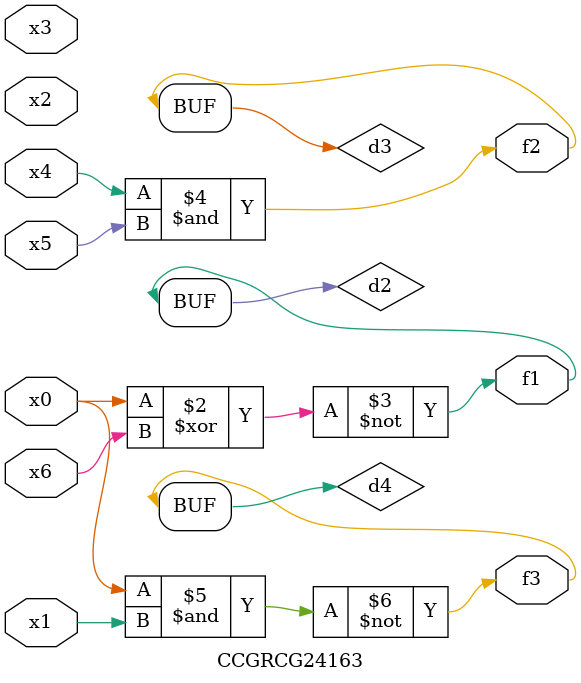
<source format=v>
module CCGRCG24163(
	input x0, x1, x2, x3, x4, x5, x6,
	output f1, f2, f3
);

	wire d1, d2, d3, d4;

	nor (d1, x0);
	xnor (d2, x0, x6);
	and (d3, x4, x5);
	nand (d4, x0, x1);
	assign f1 = d2;
	assign f2 = d3;
	assign f3 = d4;
endmodule

</source>
